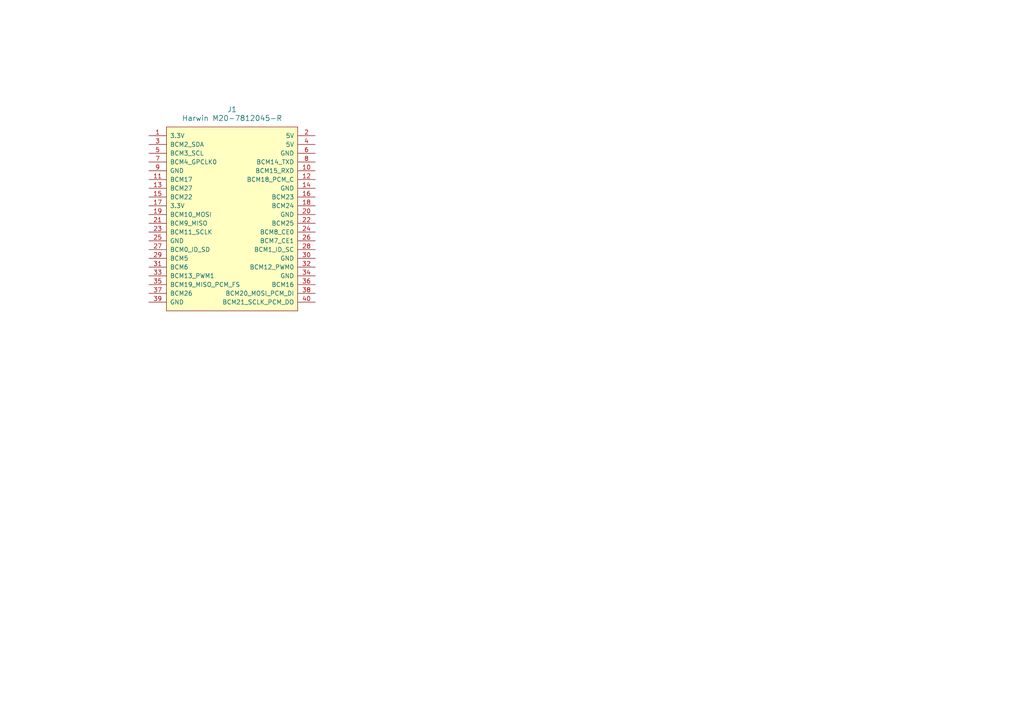
<source format=kicad_sch>
(kicad_sch (version 20250114) (generator "eeschema") (generator_version "9.0")
  (paper "A4")
  (lib_symbols
    (symbol "ch:RPi_GPIO" (pin_names (offset 1.016))
      (property "Reference" "J1" (at -16.51 27.94 0))
      (property "Value" "RPi_GPIO" (at 0 27.94 0))
      (symbol "RPi_GPIO_1_1"
        (rectangle (start -19.05 26.67) (end 19.05 -26.67) (fill (type background)))
        (pin power_in line (at -24.13 24.13 0) (length 5.08) (name "3.3V") (number "1"))
        (pin bidirectional line (at -24.13 21.59 0) (length 5.08) (name "BCM2_SDA") (number "3"))
        (pin bidirectional line (at -24.13 19.05 0) (length 5.08) (name "BCM3_SCL") (number "5"))
        (pin bidirectional line (at -24.13 16.51 0) (length 5.08) (name "BCM4_GPCLK0") (number "7"))
        (pin power_in line (at -24.13 13.97 0) (length 5.08) (name "GND") (number "9"))
        (pin bidirectional line (at -24.13 11.43 0) (length 5.08) (name "BCM17") (number "11"))
        (pin bidirectional line (at -24.13 8.89 0) (length 5.08) (name "BCM27") (number "13"))
        (pin bidirectional line (at -24.13 6.35 0) (length 5.08) (name "BCM22") (number "15"))
        (pin power_in line (at -24.13 3.81 0) (length 5.08) (name "3.3V") (number "17"))
        (pin bidirectional line (at -24.13 1.27 0) (length 5.08) (name "BCM10_MOSI") (number "19"))
        (pin bidirectional line (at -24.13 -1.27 0) (length 5.08) (name "BCM9_MISO") (number "21"))
        (pin bidirectional line (at -24.13 -3.81 0) (length 5.08) (name "BCM11_SCLK") (number "23"))
        (pin power_in line (at -24.13 -6.35 0) (length 5.08) (name "GND") (number "25"))
        (pin bidirectional line (at -24.13 -8.89 0) (length 5.08) (name "BCM0_ID_SD") (number "27"))
        (pin bidirectional line (at -24.13 -11.43 0) (length 5.08) (name "BCM5") (number "29"))
        (pin bidirectional line (at -24.13 -13.97 0) (length 5.08) (name "BCM6") (number "31"))
        (pin bidirectional line (at -24.13 -16.51 0) (length 5.08) (name "BCM13_PWM1") (number "33"))
        (pin bidirectional line (at -24.13 -19.05 0) (length 5.08) (name "BCM19_MISO_PCM_FS") (number "35"))
        (pin bidirectional line (at -24.13 -21.59 0) (length 5.08) (name "BCM26") (number "37"))
        (pin power_in line (at -24.13 -24.13 0) (length 5.08) (name "GND") (number "39"))
        (pin power_in line (at 24.13 24.13 180) (length 5.08) (name "5V") (number "2"))
        (pin power_in line (at 24.13 21.59 180) (length 5.08) (name "5V") (number "4"))
        (pin power_in line (at 24.13 19.05 180) (length 5.08) (name "GND") (number "6"))
        (pin bidirectional line (at 24.13 16.51 180) (length 5.08) (name "BCM14_TXD") (number "8"))
        (pin bidirectional line (at 24.13 13.97 180) (length 5.08) (name "BCM15_RXD") (number "10"))
        (pin bidirectional line (at 24.13 11.43 180) (length 5.08) (name "BCM18_PCM_C") (number "12"))
        (pin power_in line (at 24.13 8.89 180) (length 5.08) (name "GND") (number "14"))
        (pin bidirectional line (at 24.13 6.35 180) (length 5.08) (name "BCM23") (number "16"))
        (pin bidirectional line (at 24.13 3.81 180) (length 5.08) (name "BCM24") (number "18"))
        (pin power_in line (at 24.13 1.27 180) (length 5.08) (name "GND") (number "20"))
        (pin bidirectional line (at 24.13 -1.27 180) (length 5.08) (name "BCM25") (number "22"))
        (pin bidirectional line (at 24.13 -3.81 180) (length 5.08) (name "BCM8_CE0") (number "24"))
        (pin bidirectional line (at 24.13 -6.35 180) (length 5.08) (name "BCM7_CE1") (number "26"))
        (pin bidirectional line (at 24.13 -8.89 180) (length 5.08) (name "BCM1_ID_SC") (number "28"))
        (pin power_in line (at 24.13 -11.43 180) (length 5.08) (name "GND") (number "30"))
        (pin bidirectional line (at 24.13 -13.97 180) (length 5.08) (name "BCM12_PWM0") (number "32"))
        (pin power_in line (at 24.13 -16.51 180) (length 5.08) (name "GND") (number "34"))
        (pin bidirectional line (at 24.13 -19.05 180) (length 5.08) (name "BCM16") (number "36"))
        (pin bidirectional line (at 24.13 -21.59 180) (length 5.08) (name "BCM20_MOSI_PCM_DI") (number "38"))
        (pin bidirectional line (at 24.13 -24.13 180) (length 5.08) (name "BCM21_SCLK_PCM_DO") (number "40"))
      )
    )
  )
  (symbol (lib_id "ch:RPi_GPIO") (at 67.31 63.5 0) (unit 1)
    (property "Reference" "J1" (at 67.31 31.75 0) (effects (font (size 1.524 1.524))))
    (property "Value" "Harwin M20-7812045-R" (at 67.31 34.29 0) (effects (font (size 1.524 1.524))))
    (property "Footprint" "ch:Harwin M20-7812045-R" (effects (hide yes)))
    (property "Datasheet" "https://content.harwin.com/m/1648568c8cf5fc82/original/DRG-02609-Technical-Drawing-Datasheet-M20-781-pdf.pdf" (effects (hide yes)))
    (property "LCSC" "C42411761" (effects (hide yes)))
    (property "MPN" "M20-7812045" (effects (hide yes)))
    (property "Mfr" "Hawrin" (effects (hide yes)))
  )
)
</source>
